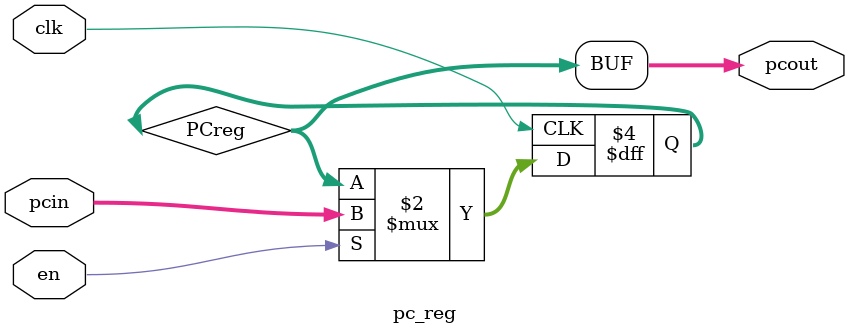
<source format=sv>
module pc_reg #(
    parameter WIDTH = 32
)(
    input   logic               clk,    // clock
    // input   logic               rst,    // reset
    input   logic               en,

    input   logic   [WIDTH-1:0] pcin,   // 32-bit input pc
    output  logic   [WIDTH-1:0] pcout   // 32-bit output pc
);

    logic   [WIDTH-1:0]           PCreg;    // 32-bit register

    always_ff @(posedge clk)
    begin
        if (en) PCreg <= pcin;
    end

    assign pcout = PCreg; // fixed pc delay

endmodule

</source>
